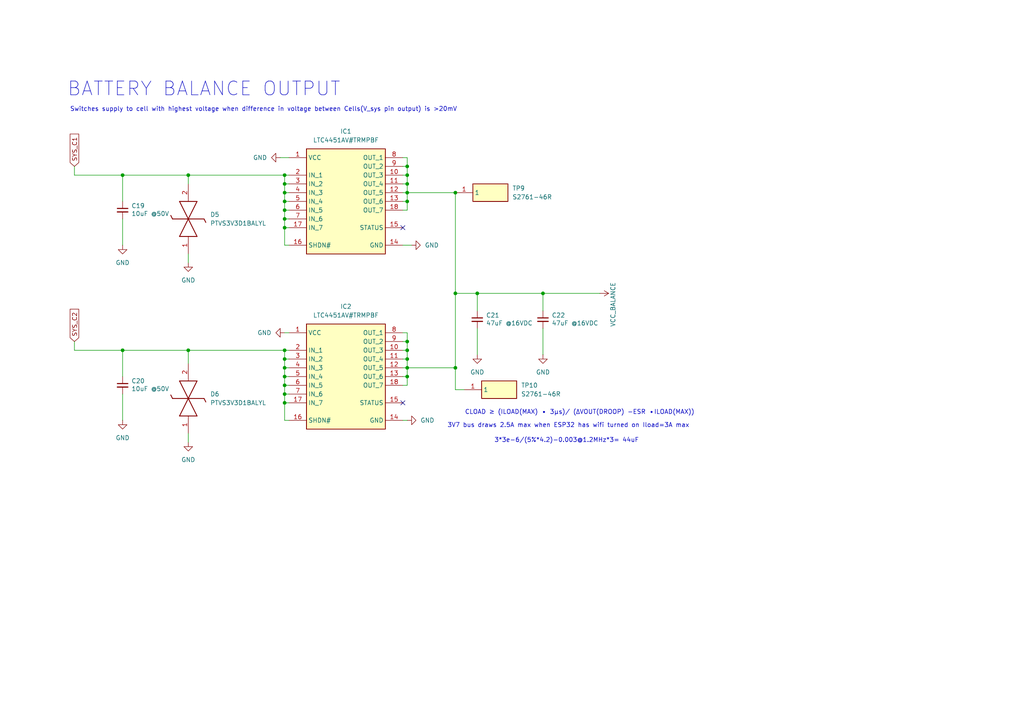
<source format=kicad_sch>
(kicad_sch (version 20250114) (generator "eeschema") (generator_version "9.0")
  (paper "A4")
  (lib_symbols
    (symbol "Device:C_Small" (pin_numbers (hide yes)) (pin_names (offset 0.254) (hide yes))
      (property "Reference" "C" (at 0.254 1.778 0))
      (property "Value" "C_Small" (at 0.254 -2.032 0))
      (symbol "C_Small_0_1"
        (polyline (pts (xy -1.524 0.508) (xy 1.524 0.508)) (stroke (width 0.3048)))
        (polyline (pts (xy -1.524 -0.508) (xy 1.524 -0.508)) (stroke (width 0.3302)))
      )
      (symbol "C_Small_1_1"
        (pin passive line (at 0 2.54 270) (length 2.032) (name "~") (number "1"))
        (pin passive line (at 0 -2.54 90) (length 2.032) (name "~") (number "2"))
      )
    )
    (symbol "power:GND1" (power) (pin_numbers (hide yes)) (pin_names (offset 0) (hide yes))
      (property "Value" "GND1" (at 0 -3.81 0))
      (symbol "GND1_0_1"
        (polyline (pts (xy 0 0) (xy 0 -1.27) (xy 1.27 -1.27) (xy 0 -2.54) (xy -1.27 -1.27) (xy 0 -1.27)))
      )
      (symbol "GND1_1_1"
        (pin power_in line (at 0 0 270) (length 0) (name "~") (number "1"))
      )
    )
    (symbol "power:VCC" (power) (pin_numbers (hide yes)) (pin_names (offset 0) (hide yes))
      (property "Value" "VCC" (at 0 3.556 0))
      (symbol "VCC_0_1"
        (polyline (pts (xy -0.762 1.27) (xy 0 2.54)))
        (polyline (pts (xy 0 2.54) (xy 0.762 1.27)))
        (polyline (pts (xy 0 0) (xy 0 2.54)))
      )
      (symbol "VCC_1_1"
        (pin power_in line (at 0 0 90) (length 0) (name "~") (number "1"))
      )
    )
    (symbol "samac_sys:LTC4451AV#TRMPBF"
      (property "Reference" "IC" (at 29.21 7.62 0))
      (property "Value" "LTC4451AV#TRMPBF" (at 29.21 5.08 0))
      (symbol "LTC4451AV#TRMPBF_1_1"
        (rectangle (start 5.08 2.54) (end 27.94 -27.94) (stroke (width 0.254)) (fill (type background)))
        (pin passive line (at 0 0 0) (length 5.08) (name "VCC") (number "1"))
        (pin passive line (at 0 -5.08 0) (length 5.08) (name "IN_1") (number "2"))
        (pin passive line (at 0 -7.62 0) (length 5.08) (name "IN_2") (number "3"))
        (pin passive line (at 0 -10.16 0) (length 5.08) (name "IN_3") (number "4"))
        (pin passive line (at 0 -12.7 0) (length 5.08) (name "IN_4") (number "5"))
        (pin passive line (at 0 -15.24 0) (length 5.08) (name "IN_5") (number "6"))
        (pin passive line (at 0 -17.78 0) (length 5.08) (name "IN_6") (number "7"))
        (pin passive line (at 0 -20.32 0) (length 5.08) (name "IN_7") (number "17"))
        (pin passive line (at 0 -25.4 0) (length 5.08) (name "SHDN#") (number "16"))
        (pin passive line (at 33.02 0 180) (length 5.08) (name "OUT_1") (number "8"))
        (pin passive line (at 33.02 -2.54 180) (length 5.08) (name "OUT_2") (number "9"))
        (pin passive line (at 33.02 -5.08 180) (length 5.08) (name "OUT_3") (number "10"))
        (pin passive line (at 33.02 -7.62 180) (length 5.08) (name "OUT_4") (number "11"))
        (pin passive line (at 33.02 -10.16 180) (length 5.08) (name "OUT_5") (number "12"))
        (pin passive line (at 33.02 -12.7 180) (length 5.08) (name "OUT_6") (number "13"))
        (pin passive line (at 33.02 -15.24 180) (length 5.08) (name "OUT_7") (number "18"))
        (pin passive line (at 33.02 -20.32 180) (length 5.08) (name "STATUS") (number "15"))
        (pin passive line (at 33.02 -25.4 180) (length 5.08) (name "GND") (number "14"))
      )
    )
    (symbol "samac_sys:PTVS3V3D1BALYL" (pin_names (hide yes))
      (property "Reference" "D" (at 15.24 8.89 0))
      (property "Value" "PTVS3V3D1BALYL" (at 15.24 6.35 0))
      (symbol "PTVS3V3D1BALYL_1_1"
        (polyline (pts (xy 5.08 2.54) (xy 5.08 -2.54)) (stroke (width 0.254)))
        (polyline (pts (xy 5.08 2.54) (xy 10.16 0)) (stroke (width 0.254)))
        (polyline (pts (xy 10.16 0) (xy 5.08 -2.54)) (stroke (width 0.254)))
        (polyline (pts (xy 10.16 0) (xy 15.24 -2.54)) (stroke (width 0.254)))
        (polyline (pts (xy 10.16 -4.572) (xy 9.144 -5.08)) (stroke (width 0.254)))
        (polyline (pts (xy 10.16 -4.572) (xy 10.16 4.572)) (stroke (width 0.254)))
        (polyline (pts (xy 11.176 5.08) (xy 10.16 4.572)) (stroke (width 0.254)))
        (polyline (pts (xy 15.24 2.54) (xy 10.16 0)) (stroke (width 0.254)))
        (polyline (pts (xy 15.24 2.54) (xy 15.24 -2.54)) (stroke (width 0.254)))
        (pin passive line (at 0 0 0) (length 5.08) (name "K1") (number "1"))
        (pin passive line (at 20.32 0 180) (length 5.08) (name "K2") (number "2"))
      )
    )
    (symbol "samac_sys:S2761-46R"
      (property "Reference" "TP" (at 16.51 7.62 0))
      (property "Value" "S2761-46R" (at 16.51 5.08 0))
      (symbol "S2761-46R_1_1"
        (rectangle (start 5.08 2.54) (end 15.24 -2.54) (stroke (width 0.254)) (fill (type background)))
        (pin passive line (at 0 0 0) (length 5.08) (name "1") (number "1"))
      )
    )
  )
  (text "BATTERY BALANCE OUTPUT" (at 59.182 25.908 0) (effects (font (size 4 4))))
  (text "3*3e-6/(5%*4.2)-0.003@1.2MHz*3= 44uF" (at 164.338 127.762 0) (effects (font (size 1.27 1.27))))
  (text "Switches supply to cell with highest voltage when difference in voltage between Cells(V_sys pin output) is >20mV" (at 76.454 31.75 0) (effects (font (size 1.27 1.27))))
  (text "3V7 bus draws 2.5A max when ESP32 has wifi turned on Iload=3A max" (at 164.846 123.444 0) (effects (font (size 1.27 1.27))))
  (text "CLOAD ≥ (ILOAD(MAX) • 3μs)/ (ΔVOUT(DROOP) -ESR •ILOAD(MAX))" (at 168.148 119.634 0) (effects (font (size 1.27 1.27))))
  (junction (at 82.55 106.68))
  (junction (at 82.55 111.76))
  (junction (at 82.55 60.96))
  (junction (at 82.55 109.22))
  (junction (at 118.11 55.88))
  (junction (at 82.55 66.04))
  (junction (at 82.55 55.88))
  (junction (at 118.11 109.22))
  (junction (at 82.55 101.6))
  (junction (at 118.11 106.68))
  (junction (at 132.08 55.88))
  (junction (at 82.55 104.14))
  (junction (at 118.11 58.42))
  (junction (at 82.55 63.5))
  (junction (at 82.55 116.84))
  (junction (at 82.55 53.34))
  (junction (at 82.55 50.8))
  (junction (at 118.11 104.14))
  (junction (at 157.48 85.09))
  (junction (at 35.56 101.6))
  (junction (at 132.08 85.09))
  (junction (at 54.61 50.8))
  (junction (at 118.11 101.6))
  (junction (at 118.11 53.34))
  (junction (at 138.43 85.09))
  (junction (at 118.11 48.26))
  (junction (at 82.55 58.42))
  (junction (at 132.08 106.68))
  (junction (at 118.11 50.8))
  (junction (at 118.11 99.06))
  (junction (at 35.56 50.8))
  (junction (at 54.61 101.6))
  (junction (at 82.55 114.3))
  (no_connect (at 116.84 116.84))
  (no_connect (at 116.84 66.04))
  (wire (pts (xy 118.11 48.26) (xy 116.84 48.26)))
  (wire (pts (xy 118.11 106.68) (xy 132.08 106.68)))
  (wire (pts (xy 118.11 58.42) (xy 118.11 55.88)))
  (wire (pts (xy 82.55 63.5) (xy 82.55 60.96)))
  (wire (pts (xy 138.43 85.09) (xy 132.08 85.09)))
  (wire (pts (xy 118.11 60.96) (xy 118.11 58.42)))
  (wire (pts (xy 35.56 114.3) (xy 35.56 121.92)))
  (wire (pts (xy 54.61 101.6) (xy 82.55 101.6)))
  (wire (pts (xy 118.11 106.68) (xy 118.11 104.14)))
  (wire (pts (xy 81.28 45.72) (xy 83.82 45.72)))
  (wire (pts (xy 35.56 101.6) (xy 54.61 101.6)))
  (wire (pts (xy 116.84 109.22) (xy 118.11 109.22)))
  (wire (pts (xy 54.61 50.8) (xy 82.55 50.8)))
  (wire (pts (xy 54.61 73.66) (xy 54.61 76.2)))
  (wire (pts (xy 116.84 45.72) (xy 118.11 45.72)))
  (wire (pts (xy 82.55 104.14) (xy 83.82 104.14)))
  (wire (pts (xy 157.48 85.09) (xy 173.99 85.09)))
  (wire (pts (xy 82.55 50.8) (xy 82.55 53.34)))
  (wire (pts (xy 83.82 121.92) (xy 82.55 121.92)))
  (wire (pts (xy 82.55 111.76) (xy 82.55 114.3)))
  (wire (pts (xy 82.55 96.52) (xy 83.82 96.52)))
  (wire (pts (xy 35.56 50.8) (xy 35.56 58.42)))
  (wire (pts (xy 116.84 121.92) (xy 118.11 121.92)))
  (wire (pts (xy 118.11 99.06) (xy 116.84 99.06)))
  (wire (pts (xy 132.08 113.03) (xy 132.08 106.68)))
  (wire (pts (xy 82.55 101.6) (xy 82.55 104.14)))
  (wire (pts (xy 35.56 101.6) (xy 35.56 109.22)))
  (wire (pts (xy 118.11 101.6) (xy 118.11 99.06)))
  (wire (pts (xy 116.84 104.14) (xy 118.11 104.14)))
  (wire (pts (xy 118.11 53.34) (xy 118.11 50.8)))
  (wire (pts (xy 54.61 125.73) (xy 54.61 128.27)))
  (wire (pts (xy 82.55 106.68) (xy 82.55 109.22)))
  (wire (pts (xy 157.48 85.09) (xy 157.48 90.17)))
  (wire (pts (xy 82.55 63.5) (xy 82.55 66.04)))
  (wire (pts (xy 35.56 63.5) (xy 35.56 71.12)))
  (wire (pts (xy 116.84 50.8) (xy 118.11 50.8)))
  (wire (pts (xy 82.55 104.14) (xy 82.55 106.68)))
  (wire (pts (xy 82.55 53.34) (xy 83.82 53.34)))
  (wire (pts (xy 82.55 58.42) (xy 82.55 55.88)))
  (wire (pts (xy 82.55 109.22) (xy 82.55 111.76)))
  (wire (pts (xy 134.62 113.03) (xy 132.08 113.03)))
  (wire (pts (xy 116.84 71.12) (xy 119.38 71.12)))
  (wire (pts (xy 118.11 50.8) (xy 118.11 48.26)))
  (wire (pts (xy 83.82 50.8) (xy 82.55 50.8)))
  (wire (pts (xy 132.08 55.88) (xy 132.08 85.09)))
  (wire (pts (xy 116.84 53.34) (xy 118.11 53.34)))
  (wire (pts (xy 82.55 106.68) (xy 83.82 106.68)))
  (wire (pts (xy 21.59 48.26) (xy 21.59 50.8)))
  (wire (pts (xy 118.11 109.22) (xy 118.11 106.68)))
  (wire (pts (xy 138.43 95.25) (xy 138.43 102.87)))
  (wire (pts (xy 54.61 53.34) (xy 54.61 50.8)))
  (wire (pts (xy 82.55 121.92) (xy 82.55 116.84)))
  (wire (pts (xy 82.55 71.12) (xy 83.82 71.12)))
  (wire (pts (xy 83.82 63.5) (xy 82.55 63.5)))
  (wire (pts (xy 118.11 111.76) (xy 118.11 109.22)))
  (wire (pts (xy 118.11 96.52) (xy 118.11 99.06)))
  (wire (pts (xy 157.48 95.25) (xy 157.48 102.87)))
  (wire (pts (xy 83.82 66.04) (xy 82.55 66.04)))
  (wire (pts (xy 54.61 105.41) (xy 54.61 101.6)))
  (wire (pts (xy 118.11 104.14) (xy 118.11 101.6)))
  (wire (pts (xy 118.11 55.88) (xy 132.08 55.88)))
  (wire (pts (xy 116.84 58.42) (xy 118.11 58.42)))
  (wire (pts (xy 21.59 101.6) (xy 35.56 101.6)))
  (wire (pts (xy 118.11 55.88) (xy 118.11 53.34)))
  (wire (pts (xy 132.08 85.09) (xy 132.08 106.68)))
  (wire (pts (xy 82.55 114.3) (xy 82.55 116.84)))
  (wire (pts (xy 116.84 101.6) (xy 118.11 101.6)))
  (wire (pts (xy 82.55 114.3) (xy 83.82 114.3)))
  (wire (pts (xy 83.82 58.42) (xy 82.55 58.42)))
  (wire (pts (xy 116.84 111.76) (xy 118.11 111.76)))
  (wire (pts (xy 116.84 60.96) (xy 118.11 60.96)))
  (wire (pts (xy 21.59 50.8) (xy 35.56 50.8)))
  (wire (pts (xy 138.43 85.09) (xy 157.48 85.09)))
  (wire (pts (xy 82.55 60.96) (xy 82.55 58.42)))
  (wire (pts (xy 82.55 71.12) (xy 82.55 66.04)))
  (wire (pts (xy 82.55 55.88) (xy 82.55 53.34)))
  (wire (pts (xy 116.84 55.88) (xy 118.11 55.88)))
  (wire (pts (xy 83.82 55.88) (xy 82.55 55.88)))
  (wire (pts (xy 83.82 60.96) (xy 82.55 60.96)))
  (wire (pts (xy 116.84 106.68) (xy 118.11 106.68)))
  (wire (pts (xy 82.55 116.84) (xy 83.82 116.84)))
  (wire (pts (xy 83.82 101.6) (xy 82.55 101.6)))
  (wire (pts (xy 21.59 99.06) (xy 21.59 101.6)))
  (wire (pts (xy 82.55 111.76) (xy 83.82 111.76)))
  (wire (pts (xy 138.43 85.09) (xy 138.43 90.17)))
  (wire (pts (xy 35.56 50.8) (xy 54.61 50.8)))
  (wire (pts (xy 118.11 45.72) (xy 118.11 48.26)))
  (wire (pts (xy 82.55 109.22) (xy 83.82 109.22)))
  (wire (pts (xy 116.84 96.52) (xy 118.11 96.52)))
  (global_label "SYS_C1" (shape input) (at 21.59 48.26 90) (property "Intersheetrefs" "${INTERSHEET_REFS}" (effects (hide yes))))
  (global_label "SYS_C2" (shape input) (at 21.59 99.06 90) (property "Intersheetrefs" "${INTERSHEET_REFS}" (effects (hide yes))))
  (symbol (lib_id "power:GND1") (at 54.61 128.27 0) (unit 1)
    (property "Reference" "#PWR038" (effects (hide yes)))
    (property "Value" "GND" (at 54.61 133.35 0))
    (property "Description" "Power symbol creates a global label with name \"GND1\" , ground" (effects (hide yes)))
  )
  (symbol (lib_id "power:GND1") (at 81.28 45.72 270) (unit 1)
    (property "Reference" "#PWR039" (effects (hide yes)))
    (property "Value" "GND" (at 77.47 45.7199 90) (effects (justify right)))
    (property "Description" "Power symbol creates a global label with name \"GND1\" , ground" (effects (hide yes)))
  )
  (symbol (lib_id "power:GND1") (at 157.48 102.87 0) (unit 1)
    (property "Reference" "#PWR044" (effects (hide yes)))
    (property "Value" "GND" (at 157.48 107.95 0))
    (property "Description" "Power symbol creates a global label with name \"GND1\" , ground" (effects (hide yes)))
  )
  (symbol (lib_id "samac_sys:PTVS3V3D1BALYL") (at 54.61 73.66 90) (unit 1)
    (property "Reference" "D5" (at 60.96 62.2299 90) (effects (justify right)))
    (property "Value" "PTVS3V3D1BALYL" (at 60.96 64.7699 90) (effects (justify right)))
    (property "Footprint" "samac_sys:PESD5V0S1BL315" (effects (hide yes)))
    (property "Datasheet" "https://assets.nexperia.com/documents/data-sheet/PTVS3V3D1BAL.pdf" (effects (hide yes)))
    (property "Description" "PTVS3V3D1BAL - Ultra compact Transient Voltage Supressor" (effects (hide yes)))
    (property "Height" "0" (effects (hide yes)))
    (property "Mouser Part Number" "771-PTVS3V3D1BALYL" (effects (hide yes)))
    (property "Mouser Price/Stock" "https://www.mouser.co.uk/ProductDetail/Nexperia/PTVS3V3D1BALYL?qs=rrS6PyfT74ddcO%2FKWrfbGg%3D%3D" (effects (hide yes)))
    (property "Manufacturer_Name" "Nexperia" (effects (hide yes)))
    (property "Manufacturer_Part_Number" "PTVS3V3D1BALYL" (effects (hide yes)))
  )
  (symbol (lib_id "samac_sys:S2761-46R") (at 132.08 55.88 0) (unit 1)
    (property "Reference" "TP9" (at 148.59 54.6099 0) (effects (justify left)))
    (property "Value" "S2761-46R" (at 148.59 57.1499 0) (effects (justify left)))
    (property "Footprint" "samac_sys:S276146R" (effects (hide yes)))
    (property "Datasheet" "https://www.mouser.fr/ProductDetail/Harwin/S2761-46R?qs=DaxoyN%2FvrebHvZaagZ7Fog%3D%3D" (effects (hide yes)))
    (property "Description" "Circuit Board Hardware - PCB SMT Mini Test Terminal, Reel" (effects (hide yes)))
    (property "Height" "0.5" (effects (hide yes)))
    (property "Mouser Part Number" "855-S2761-46R" (effects (hide yes)))
    (property "Mouser Price/Stock" "https://www.mouser.co.uk/ProductDetail/Harwin/S2761-46R?qs=DaxoyN%2FvrebHvZaagZ7Fog%3D%3D" (effects (hide yes)))
    (property "Manufacturer_Name" "Harwin" (effects (hide yes)))
    (property "Manufacturer_Part_Number" "S2761-46R" (effects (hide yes)))
  )
  (symbol (lib_id "Device:C_Small") (at 35.56 60.96 0) (unit 1)
    (property "Reference" "C19" (at 38.1 59.6962 0) (effects (justify left)))
    (property "Value" "10uF @50V" (at 38.1 61.976 0) (effects (justify left)))
    (property "Footprint" "Capacitor_SMD:C_1210_3225Metric_Pad1.33x2.70mm_HandSolder" (effects (hide yes)))
    (property "Datasheet" "GRM32EC72A106KE05L" (effects (hide yes)))
    (property "Description" "Unpolarized capacitor, small symbol" (effects (hide yes)))
  )
  (symbol (lib_id "Device:C_Small") (at 35.56 111.76 0) (unit 1)
    (property "Reference" "C20" (at 38.1 110.4962 0) (effects (justify left)))
    (property "Value" "10uF @50V" (at 38.1 112.776 0) (effects (justify left)))
    (property "Footprint" "Capacitor_SMD:C_1210_3225Metric_Pad1.33x2.70mm_HandSolder" (effects (hide yes)))
    (property "Datasheet" "GRM32EC72A106KE05L" (effects (hide yes)))
    (property "Description" "Unpolarized capacitor, small symbol" (effects (hide yes)))
  )
  (symbol (lib_id "samac_sys:LTC4451AV#TRMPBF") (at 83.82 45.72 0) (unit 1)
    (property "Reference" "IC1" (at 100.33 38.1 0))
    (property "Value" "LTC4451AV#TRMPBF" (at 100.33 40.64 0))
    (property "Footprint" "samac_sys:LTC4451AVTRMPBF" (effects (hide yes)))
    (property "Datasheet" "https://www.analog.com/media/en/technical-documentation/data-sheets/ltc4451.pdf" (effects (hide yes)))
    (property "Description" "Schottky Diodes & Rectifiers 40V/8A Monolithic (NFET) Ideal Diodes" (effects (hide yes)))
    (property "Height" "0.85" (effects (hide yes)))
    (property "Mouser Part Number" "584-LTC4451AVTRMPBF" (effects (hide yes)))
    (property "Mouser Price/Stock" "https://www.mouser.co.uk/ProductDetail/Analog-Devices/LTC4451AVTRMPBF?qs=Rp5uXu7WBW%252B1Gz7oN51nSA%3D%3D" (effects (hide yes)))
    (property "Manufacturer_Name" "Analog Devices" (effects (hide yes)))
    (property "Manufacturer_Part_Number" "LTC4451AV#TRMPBF" (effects (hide yes)))
  )
  (symbol (lib_id "samac_sys:LTC4451AV#TRMPBF") (at 83.82 96.52 0) (unit 1)
    (property "Reference" "IC2" (at 100.33 88.9 0))
    (property "Value" "LTC4451AV#TRMPBF" (at 100.33 91.44 0))
    (property "Footprint" "samac_sys:LTC4451AVTRMPBF" (effects (hide yes)))
    (property "Datasheet" "https://www.analog.com/media/en/technical-documentation/data-sheets/ltc4451.pdf" (effects (hide yes)))
    (property "Description" "Schottky Diodes & Rectifiers 40V/8A Monolithic (NFET) Ideal Diodes" (effects (hide yes)))
    (property "Height" "0.85" (effects (hide yes)))
    (property "Mouser Part Number" "584-LTC4451AVTRMPBF" (effects (hide yes)))
    (property "Mouser Price/Stock" "https://www.mouser.co.uk/ProductDetail/Analog-Devices/LTC4451AVTRMPBF?qs=Rp5uXu7WBW%252B1Gz7oN51nSA%3D%3D" (effects (hide yes)))
    (property "Manufacturer_Name" "Analog Devices" (effects (hide yes)))
    (property "Manufacturer_Part_Number" "LTC4451AV#TRMPBF" (effects (hide yes)))
  )
  (symbol (lib_id "samac_sys:S2761-46R") (at 134.62 113.03 0) (unit 1)
    (property "Reference" "TP10" (at 151.13 111.7599 0) (effects (justify left)))
    (property "Value" "S2761-46R" (at 151.13 114.2999 0) (effects (justify left)))
    (property "Footprint" "samac_sys:S276146R" (effects (hide yes)))
    (property "Datasheet" "https://www.mouser.fr/ProductDetail/Harwin/S2761-46R?qs=DaxoyN%2FvrebHvZaagZ7Fog%3D%3D" (effects (hide yes)))
    (property "Description" "Circuit Board Hardware - PCB SMT Mini Test Terminal, Reel" (effects (hide yes)))
    (property "Height" "0.5" (effects (hide yes)))
    (property "Mouser Part Number" "855-S2761-46R" (effects (hide yes)))
    (property "Mouser Price/Stock" "https://www.mouser.co.uk/ProductDetail/Harwin/S2761-46R?qs=DaxoyN%2FvrebHvZaagZ7Fog%3D%3D" (effects (hide yes)))
    (property "Manufacturer_Name" "Harwin" (effects (hide yes)))
    (property "Manufacturer_Part_Number" "S2761-46R" (effects (hide yes)))
  )
  (symbol (lib_id "Device:C_Small") (at 157.48 92.71 0) (unit 1)
    (property "Reference" "C22" (at 160.02 91.4462 0) (effects (justify left)))
    (property "Value" "47uF @16VDC" (at 160.02 93.726 0) (effects (justify left)))
    (property "Footprint" "Capacitor_SMD:C_1206_3216Metric_Pad1.33x1.80mm_HandSolder" (effects (hide yes)))
    (property "Datasheet" "GRM31CR61C476ME44L" (effects (hide yes)))
    (property "Description" "Unpolarized capacitor, small symbol" (effects (hide yes)))
  )
  (symbol (lib_id "power:GND1") (at 35.56 121.92 0) (unit 1)
    (property "Reference" "#PWR036" (effects (hide yes)))
    (property "Value" "GND" (at 35.56 127 0))
    (property "Description" "Power symbol creates a global label with name \"GND1\" , ground" (effects (hide yes)))
  )
  (symbol (lib_id "power:VCC") (at 173.99 85.09 270) (unit 1)
    (property "Reference" "#PWR045" (effects (hide yes)))
    (property "Value" "VCC_BALANCE" (at 177.8 81.788 0) (effects (justify left)))
    (property "Description" "Power symbol creates a global label with name \"VCC\"" (effects (hide yes)))
  )
  (symbol (lib_id "power:GND1") (at 118.11 121.92 90) (unit 1)
    (property "Reference" "#PWR041" (effects (hide yes)))
    (property "Value" "GND" (at 121.92 121.9199 90) (effects (justify right)))
    (property "Description" "Power symbol creates a global label with name \"GND1\" , ground" (effects (hide yes)))
  )
  (symbol (lib_id "power:GND1") (at 119.38 71.12 90) (unit 1)
    (property "Reference" "#PWR042" (effects (hide yes)))
    (property "Value" "GND" (at 123.19 71.1199 90) (effects (justify right)))
    (property "Description" "Power symbol creates a global label with name \"GND1\" , ground" (effects (hide yes)))
  )
  (symbol (lib_id "power:GND1") (at 82.55 96.52 270) (unit 1)
    (property "Reference" "#PWR040" (effects (hide yes)))
    (property "Value" "GND" (at 78.74 96.5199 90) (effects (justify right)))
    (property "Description" "Power symbol creates a global label with name \"GND1\" , ground" (effects (hide yes)))
  )
  (symbol (lib_id "Device:C_Small") (at 138.43 92.71 0) (unit 1)
    (property "Reference" "C21" (at 140.97 91.4462 0) (effects (justify left)))
    (property "Value" "47uF @16VDC" (at 140.97 93.726 0) (effects (justify left)))
    (property "Footprint" "Capacitor_SMD:C_1206_3216Metric_Pad1.33x1.80mm_HandSolder" (effects (hide yes)))
    (property "Datasheet" "GRM31CR61C476ME44L" (effects (hide yes)))
    (property "Description" "Unpolarized capacitor, small symbol" (effects (hide yes)))
  )
  (symbol (lib_id "power:GND1") (at 54.61 76.2 0) (unit 1)
    (property "Reference" "#PWR037" (effects (hide yes)))
    (property "Value" "GND" (at 54.61 81.28 0))
    (property "Description" "Power symbol creates a global label with name \"GND1\" , ground" (effects (hide yes)))
  )
  (symbol (lib_id "power:GND1") (at 35.56 71.12 0) (unit 1)
    (property "Reference" "#PWR035" (effects (hide yes)))
    (property "Value" "GND" (at 35.56 76.2 0))
    (property "Description" "Power symbol creates a global label with name \"GND1\" , ground" (effects (hide yes)))
  )
  (symbol (lib_id "samac_sys:PTVS3V3D1BALYL") (at 54.61 125.73 90) (unit 1)
    (property "Reference" "D6" (at 60.96 114.2999 90) (effects (justify right)))
    (property "Value" "PTVS3V3D1BALYL" (at 60.96 116.8399 90) (effects (justify right)))
    (property "Footprint" "samac_sys:PESD5V0S1BL315" (effects (hide yes)))
    (property "Datasheet" "https://assets.nexperia.com/documents/data-sheet/PTVS3V3D1BAL.pdf" (effects (hide yes)))
    (property "Description" "PTVS3V3D1BAL - Ultra compact Transient Voltage Supressor" (effects (hide yes)))
    (property "Height" "0" (effects (hide yes)))
    (property "Mouser Part Number" "771-PTVS3V3D1BALYL" (effects (hide yes)))
    (property "Mouser Price/Stock" "https://www.mouser.co.uk/ProductDetail/Nexperia/PTVS3V3D1BALYL?qs=rrS6PyfT74ddcO%2FKWrfbGg%3D%3D" (effects (hide yes)))
    (property "Manufacturer_Name" "Nexperia" (effects (hide yes)))
    (property "Manufacturer_Part_Number" "PTVS3V3D1BALYL" (effects (hide yes)))
  )
  (symbol (lib_id "power:GND1") (at 138.43 102.87 0) (unit 1)
    (property "Reference" "#PWR043" (effects (hide yes)))
    (property "Value" "GND" (at 138.43 107.95 0))
    (property "Description" "Power symbol creates a global label with name \"GND1\" , ground" (effects (hide yes)))
  )
)
</source>
